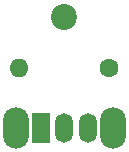
<source format=gbr>
%TF.GenerationSoftware,KiCad,Pcbnew,7.0.6*%
%TF.CreationDate,2023-08-01T21:42:18-07:00*%
%TF.ProjectId,gbsc-vgaswitch-throughhole,67627363-2d76-4676-9173-77697463682d,rev?*%
%TF.SameCoordinates,Original*%
%TF.FileFunction,Soldermask,Bot*%
%TF.FilePolarity,Negative*%
%FSLAX46Y46*%
G04 Gerber Fmt 4.6, Leading zero omitted, Abs format (unit mm)*
G04 Created by KiCad (PCBNEW 7.0.6) date 2023-08-01 21:42:18*
%MOMM*%
%LPD*%
G01*
G04 APERTURE LIST*
%ADD10C,2.200000*%
%ADD11O,2.200000X3.500000*%
%ADD12R,1.500000X2.500000*%
%ADD13O,1.500000X2.500000*%
%ADD14C,1.600000*%
%ADD15O,1.600000X1.600000*%
G04 APERTURE END LIST*
D10*
%TO.C,REF\u002A\u002A*%
X137668000Y-92202000D03*
%TD*%
D11*
%TO.C,SW1*%
X133568000Y-101600000D03*
X141768000Y-101600000D03*
D12*
X135668000Y-101600000D03*
D13*
X137668000Y-101600000D03*
X139668000Y-101600000D03*
%TD*%
D14*
%TO.C,R1*%
X141478000Y-96520000D03*
D15*
X133858000Y-96520000D03*
%TD*%
M02*

</source>
